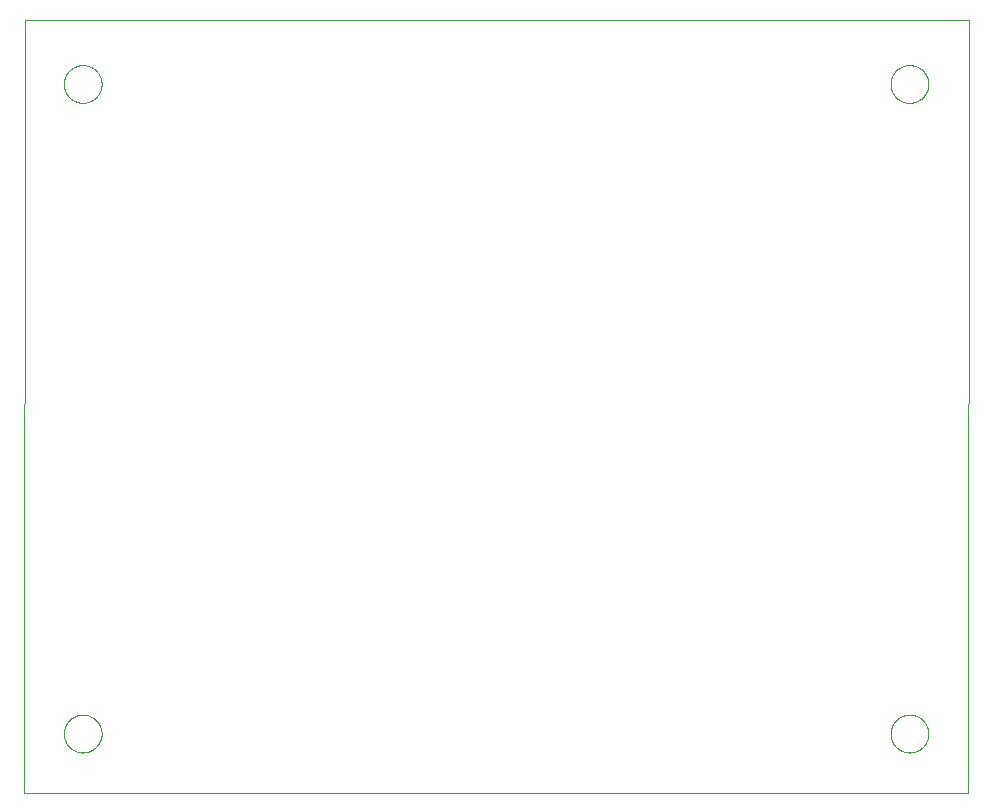
<source format=gko>
G75*
%MOIN*%
%OFA0B0*%
%FSLAX25Y25*%
%IPPOS*%
%LPD*%
%AMOC8*
5,1,8,0,0,1.08239X$1,22.5*
%
%ADD10C,0.00000*%
D10*
X0001000Y0001000D02*
X0001591Y0258717D01*
X0316236Y0258717D01*
X0315646Y0001000D01*
X0001000Y0001000D01*
X0014386Y0020685D02*
X0014388Y0020843D01*
X0014394Y0021001D01*
X0014404Y0021159D01*
X0014418Y0021317D01*
X0014436Y0021474D01*
X0014457Y0021631D01*
X0014483Y0021787D01*
X0014513Y0021943D01*
X0014546Y0022098D01*
X0014584Y0022251D01*
X0014625Y0022404D01*
X0014670Y0022556D01*
X0014719Y0022707D01*
X0014772Y0022856D01*
X0014828Y0023004D01*
X0014888Y0023150D01*
X0014952Y0023295D01*
X0015020Y0023438D01*
X0015091Y0023580D01*
X0015165Y0023720D01*
X0015243Y0023857D01*
X0015325Y0023993D01*
X0015409Y0024127D01*
X0015498Y0024258D01*
X0015589Y0024387D01*
X0015684Y0024514D01*
X0015781Y0024639D01*
X0015882Y0024761D01*
X0015986Y0024880D01*
X0016093Y0024997D01*
X0016203Y0025111D01*
X0016316Y0025222D01*
X0016431Y0025331D01*
X0016549Y0025436D01*
X0016670Y0025538D01*
X0016793Y0025638D01*
X0016919Y0025734D01*
X0017047Y0025827D01*
X0017177Y0025917D01*
X0017310Y0026003D01*
X0017445Y0026087D01*
X0017581Y0026166D01*
X0017720Y0026243D01*
X0017861Y0026315D01*
X0018003Y0026385D01*
X0018147Y0026450D01*
X0018293Y0026512D01*
X0018440Y0026570D01*
X0018589Y0026625D01*
X0018739Y0026676D01*
X0018890Y0026723D01*
X0019042Y0026766D01*
X0019195Y0026805D01*
X0019350Y0026841D01*
X0019505Y0026872D01*
X0019661Y0026900D01*
X0019817Y0026924D01*
X0019974Y0026944D01*
X0020132Y0026960D01*
X0020289Y0026972D01*
X0020448Y0026980D01*
X0020606Y0026984D01*
X0020764Y0026984D01*
X0020922Y0026980D01*
X0021081Y0026972D01*
X0021238Y0026960D01*
X0021396Y0026944D01*
X0021553Y0026924D01*
X0021709Y0026900D01*
X0021865Y0026872D01*
X0022020Y0026841D01*
X0022175Y0026805D01*
X0022328Y0026766D01*
X0022480Y0026723D01*
X0022631Y0026676D01*
X0022781Y0026625D01*
X0022930Y0026570D01*
X0023077Y0026512D01*
X0023223Y0026450D01*
X0023367Y0026385D01*
X0023509Y0026315D01*
X0023650Y0026243D01*
X0023789Y0026166D01*
X0023925Y0026087D01*
X0024060Y0026003D01*
X0024193Y0025917D01*
X0024323Y0025827D01*
X0024451Y0025734D01*
X0024577Y0025638D01*
X0024700Y0025538D01*
X0024821Y0025436D01*
X0024939Y0025331D01*
X0025054Y0025222D01*
X0025167Y0025111D01*
X0025277Y0024997D01*
X0025384Y0024880D01*
X0025488Y0024761D01*
X0025589Y0024639D01*
X0025686Y0024514D01*
X0025781Y0024387D01*
X0025872Y0024258D01*
X0025961Y0024127D01*
X0026045Y0023993D01*
X0026127Y0023857D01*
X0026205Y0023720D01*
X0026279Y0023580D01*
X0026350Y0023438D01*
X0026418Y0023295D01*
X0026482Y0023150D01*
X0026542Y0023004D01*
X0026598Y0022856D01*
X0026651Y0022707D01*
X0026700Y0022556D01*
X0026745Y0022404D01*
X0026786Y0022251D01*
X0026824Y0022098D01*
X0026857Y0021943D01*
X0026887Y0021787D01*
X0026913Y0021631D01*
X0026934Y0021474D01*
X0026952Y0021317D01*
X0026966Y0021159D01*
X0026976Y0021001D01*
X0026982Y0020843D01*
X0026984Y0020685D01*
X0026982Y0020527D01*
X0026976Y0020369D01*
X0026966Y0020211D01*
X0026952Y0020053D01*
X0026934Y0019896D01*
X0026913Y0019739D01*
X0026887Y0019583D01*
X0026857Y0019427D01*
X0026824Y0019272D01*
X0026786Y0019119D01*
X0026745Y0018966D01*
X0026700Y0018814D01*
X0026651Y0018663D01*
X0026598Y0018514D01*
X0026542Y0018366D01*
X0026482Y0018220D01*
X0026418Y0018075D01*
X0026350Y0017932D01*
X0026279Y0017790D01*
X0026205Y0017650D01*
X0026127Y0017513D01*
X0026045Y0017377D01*
X0025961Y0017243D01*
X0025872Y0017112D01*
X0025781Y0016983D01*
X0025686Y0016856D01*
X0025589Y0016731D01*
X0025488Y0016609D01*
X0025384Y0016490D01*
X0025277Y0016373D01*
X0025167Y0016259D01*
X0025054Y0016148D01*
X0024939Y0016039D01*
X0024821Y0015934D01*
X0024700Y0015832D01*
X0024577Y0015732D01*
X0024451Y0015636D01*
X0024323Y0015543D01*
X0024193Y0015453D01*
X0024060Y0015367D01*
X0023925Y0015283D01*
X0023789Y0015204D01*
X0023650Y0015127D01*
X0023509Y0015055D01*
X0023367Y0014985D01*
X0023223Y0014920D01*
X0023077Y0014858D01*
X0022930Y0014800D01*
X0022781Y0014745D01*
X0022631Y0014694D01*
X0022480Y0014647D01*
X0022328Y0014604D01*
X0022175Y0014565D01*
X0022020Y0014529D01*
X0021865Y0014498D01*
X0021709Y0014470D01*
X0021553Y0014446D01*
X0021396Y0014426D01*
X0021238Y0014410D01*
X0021081Y0014398D01*
X0020922Y0014390D01*
X0020764Y0014386D01*
X0020606Y0014386D01*
X0020448Y0014390D01*
X0020289Y0014398D01*
X0020132Y0014410D01*
X0019974Y0014426D01*
X0019817Y0014446D01*
X0019661Y0014470D01*
X0019505Y0014498D01*
X0019350Y0014529D01*
X0019195Y0014565D01*
X0019042Y0014604D01*
X0018890Y0014647D01*
X0018739Y0014694D01*
X0018589Y0014745D01*
X0018440Y0014800D01*
X0018293Y0014858D01*
X0018147Y0014920D01*
X0018003Y0014985D01*
X0017861Y0015055D01*
X0017720Y0015127D01*
X0017581Y0015204D01*
X0017445Y0015283D01*
X0017310Y0015367D01*
X0017177Y0015453D01*
X0017047Y0015543D01*
X0016919Y0015636D01*
X0016793Y0015732D01*
X0016670Y0015832D01*
X0016549Y0015934D01*
X0016431Y0016039D01*
X0016316Y0016148D01*
X0016203Y0016259D01*
X0016093Y0016373D01*
X0015986Y0016490D01*
X0015882Y0016609D01*
X0015781Y0016731D01*
X0015684Y0016856D01*
X0015589Y0016983D01*
X0015498Y0017112D01*
X0015409Y0017243D01*
X0015325Y0017377D01*
X0015243Y0017513D01*
X0015165Y0017650D01*
X0015091Y0017790D01*
X0015020Y0017932D01*
X0014952Y0018075D01*
X0014888Y0018220D01*
X0014828Y0018366D01*
X0014772Y0018514D01*
X0014719Y0018663D01*
X0014670Y0018814D01*
X0014625Y0018966D01*
X0014584Y0019119D01*
X0014546Y0019272D01*
X0014513Y0019427D01*
X0014483Y0019583D01*
X0014457Y0019739D01*
X0014436Y0019896D01*
X0014418Y0020053D01*
X0014404Y0020211D01*
X0014394Y0020369D01*
X0014388Y0020527D01*
X0014386Y0020685D01*
X0014386Y0237220D02*
X0014388Y0237378D01*
X0014394Y0237536D01*
X0014404Y0237694D01*
X0014418Y0237852D01*
X0014436Y0238009D01*
X0014457Y0238166D01*
X0014483Y0238322D01*
X0014513Y0238478D01*
X0014546Y0238633D01*
X0014584Y0238786D01*
X0014625Y0238939D01*
X0014670Y0239091D01*
X0014719Y0239242D01*
X0014772Y0239391D01*
X0014828Y0239539D01*
X0014888Y0239685D01*
X0014952Y0239830D01*
X0015020Y0239973D01*
X0015091Y0240115D01*
X0015165Y0240255D01*
X0015243Y0240392D01*
X0015325Y0240528D01*
X0015409Y0240662D01*
X0015498Y0240793D01*
X0015589Y0240922D01*
X0015684Y0241049D01*
X0015781Y0241174D01*
X0015882Y0241296D01*
X0015986Y0241415D01*
X0016093Y0241532D01*
X0016203Y0241646D01*
X0016316Y0241757D01*
X0016431Y0241866D01*
X0016549Y0241971D01*
X0016670Y0242073D01*
X0016793Y0242173D01*
X0016919Y0242269D01*
X0017047Y0242362D01*
X0017177Y0242452D01*
X0017310Y0242538D01*
X0017445Y0242622D01*
X0017581Y0242701D01*
X0017720Y0242778D01*
X0017861Y0242850D01*
X0018003Y0242920D01*
X0018147Y0242985D01*
X0018293Y0243047D01*
X0018440Y0243105D01*
X0018589Y0243160D01*
X0018739Y0243211D01*
X0018890Y0243258D01*
X0019042Y0243301D01*
X0019195Y0243340D01*
X0019350Y0243376D01*
X0019505Y0243407D01*
X0019661Y0243435D01*
X0019817Y0243459D01*
X0019974Y0243479D01*
X0020132Y0243495D01*
X0020289Y0243507D01*
X0020448Y0243515D01*
X0020606Y0243519D01*
X0020764Y0243519D01*
X0020922Y0243515D01*
X0021081Y0243507D01*
X0021238Y0243495D01*
X0021396Y0243479D01*
X0021553Y0243459D01*
X0021709Y0243435D01*
X0021865Y0243407D01*
X0022020Y0243376D01*
X0022175Y0243340D01*
X0022328Y0243301D01*
X0022480Y0243258D01*
X0022631Y0243211D01*
X0022781Y0243160D01*
X0022930Y0243105D01*
X0023077Y0243047D01*
X0023223Y0242985D01*
X0023367Y0242920D01*
X0023509Y0242850D01*
X0023650Y0242778D01*
X0023789Y0242701D01*
X0023925Y0242622D01*
X0024060Y0242538D01*
X0024193Y0242452D01*
X0024323Y0242362D01*
X0024451Y0242269D01*
X0024577Y0242173D01*
X0024700Y0242073D01*
X0024821Y0241971D01*
X0024939Y0241866D01*
X0025054Y0241757D01*
X0025167Y0241646D01*
X0025277Y0241532D01*
X0025384Y0241415D01*
X0025488Y0241296D01*
X0025589Y0241174D01*
X0025686Y0241049D01*
X0025781Y0240922D01*
X0025872Y0240793D01*
X0025961Y0240662D01*
X0026045Y0240528D01*
X0026127Y0240392D01*
X0026205Y0240255D01*
X0026279Y0240115D01*
X0026350Y0239973D01*
X0026418Y0239830D01*
X0026482Y0239685D01*
X0026542Y0239539D01*
X0026598Y0239391D01*
X0026651Y0239242D01*
X0026700Y0239091D01*
X0026745Y0238939D01*
X0026786Y0238786D01*
X0026824Y0238633D01*
X0026857Y0238478D01*
X0026887Y0238322D01*
X0026913Y0238166D01*
X0026934Y0238009D01*
X0026952Y0237852D01*
X0026966Y0237694D01*
X0026976Y0237536D01*
X0026982Y0237378D01*
X0026984Y0237220D01*
X0026982Y0237062D01*
X0026976Y0236904D01*
X0026966Y0236746D01*
X0026952Y0236588D01*
X0026934Y0236431D01*
X0026913Y0236274D01*
X0026887Y0236118D01*
X0026857Y0235962D01*
X0026824Y0235807D01*
X0026786Y0235654D01*
X0026745Y0235501D01*
X0026700Y0235349D01*
X0026651Y0235198D01*
X0026598Y0235049D01*
X0026542Y0234901D01*
X0026482Y0234755D01*
X0026418Y0234610D01*
X0026350Y0234467D01*
X0026279Y0234325D01*
X0026205Y0234185D01*
X0026127Y0234048D01*
X0026045Y0233912D01*
X0025961Y0233778D01*
X0025872Y0233647D01*
X0025781Y0233518D01*
X0025686Y0233391D01*
X0025589Y0233266D01*
X0025488Y0233144D01*
X0025384Y0233025D01*
X0025277Y0232908D01*
X0025167Y0232794D01*
X0025054Y0232683D01*
X0024939Y0232574D01*
X0024821Y0232469D01*
X0024700Y0232367D01*
X0024577Y0232267D01*
X0024451Y0232171D01*
X0024323Y0232078D01*
X0024193Y0231988D01*
X0024060Y0231902D01*
X0023925Y0231818D01*
X0023789Y0231739D01*
X0023650Y0231662D01*
X0023509Y0231590D01*
X0023367Y0231520D01*
X0023223Y0231455D01*
X0023077Y0231393D01*
X0022930Y0231335D01*
X0022781Y0231280D01*
X0022631Y0231229D01*
X0022480Y0231182D01*
X0022328Y0231139D01*
X0022175Y0231100D01*
X0022020Y0231064D01*
X0021865Y0231033D01*
X0021709Y0231005D01*
X0021553Y0230981D01*
X0021396Y0230961D01*
X0021238Y0230945D01*
X0021081Y0230933D01*
X0020922Y0230925D01*
X0020764Y0230921D01*
X0020606Y0230921D01*
X0020448Y0230925D01*
X0020289Y0230933D01*
X0020132Y0230945D01*
X0019974Y0230961D01*
X0019817Y0230981D01*
X0019661Y0231005D01*
X0019505Y0231033D01*
X0019350Y0231064D01*
X0019195Y0231100D01*
X0019042Y0231139D01*
X0018890Y0231182D01*
X0018739Y0231229D01*
X0018589Y0231280D01*
X0018440Y0231335D01*
X0018293Y0231393D01*
X0018147Y0231455D01*
X0018003Y0231520D01*
X0017861Y0231590D01*
X0017720Y0231662D01*
X0017581Y0231739D01*
X0017445Y0231818D01*
X0017310Y0231902D01*
X0017177Y0231988D01*
X0017047Y0232078D01*
X0016919Y0232171D01*
X0016793Y0232267D01*
X0016670Y0232367D01*
X0016549Y0232469D01*
X0016431Y0232574D01*
X0016316Y0232683D01*
X0016203Y0232794D01*
X0016093Y0232908D01*
X0015986Y0233025D01*
X0015882Y0233144D01*
X0015781Y0233266D01*
X0015684Y0233391D01*
X0015589Y0233518D01*
X0015498Y0233647D01*
X0015409Y0233778D01*
X0015325Y0233912D01*
X0015243Y0234048D01*
X0015165Y0234185D01*
X0015091Y0234325D01*
X0015020Y0234467D01*
X0014952Y0234610D01*
X0014888Y0234755D01*
X0014828Y0234901D01*
X0014772Y0235049D01*
X0014719Y0235198D01*
X0014670Y0235349D01*
X0014625Y0235501D01*
X0014584Y0235654D01*
X0014546Y0235807D01*
X0014513Y0235962D01*
X0014483Y0236118D01*
X0014457Y0236274D01*
X0014436Y0236431D01*
X0014418Y0236588D01*
X0014404Y0236746D01*
X0014394Y0236904D01*
X0014388Y0237062D01*
X0014386Y0237220D01*
X0289977Y0237220D02*
X0289979Y0237378D01*
X0289985Y0237536D01*
X0289995Y0237694D01*
X0290009Y0237852D01*
X0290027Y0238009D01*
X0290048Y0238166D01*
X0290074Y0238322D01*
X0290104Y0238478D01*
X0290137Y0238633D01*
X0290175Y0238786D01*
X0290216Y0238939D01*
X0290261Y0239091D01*
X0290310Y0239242D01*
X0290363Y0239391D01*
X0290419Y0239539D01*
X0290479Y0239685D01*
X0290543Y0239830D01*
X0290611Y0239973D01*
X0290682Y0240115D01*
X0290756Y0240255D01*
X0290834Y0240392D01*
X0290916Y0240528D01*
X0291000Y0240662D01*
X0291089Y0240793D01*
X0291180Y0240922D01*
X0291275Y0241049D01*
X0291372Y0241174D01*
X0291473Y0241296D01*
X0291577Y0241415D01*
X0291684Y0241532D01*
X0291794Y0241646D01*
X0291907Y0241757D01*
X0292022Y0241866D01*
X0292140Y0241971D01*
X0292261Y0242073D01*
X0292384Y0242173D01*
X0292510Y0242269D01*
X0292638Y0242362D01*
X0292768Y0242452D01*
X0292901Y0242538D01*
X0293036Y0242622D01*
X0293172Y0242701D01*
X0293311Y0242778D01*
X0293452Y0242850D01*
X0293594Y0242920D01*
X0293738Y0242985D01*
X0293884Y0243047D01*
X0294031Y0243105D01*
X0294180Y0243160D01*
X0294330Y0243211D01*
X0294481Y0243258D01*
X0294633Y0243301D01*
X0294786Y0243340D01*
X0294941Y0243376D01*
X0295096Y0243407D01*
X0295252Y0243435D01*
X0295408Y0243459D01*
X0295565Y0243479D01*
X0295723Y0243495D01*
X0295880Y0243507D01*
X0296039Y0243515D01*
X0296197Y0243519D01*
X0296355Y0243519D01*
X0296513Y0243515D01*
X0296672Y0243507D01*
X0296829Y0243495D01*
X0296987Y0243479D01*
X0297144Y0243459D01*
X0297300Y0243435D01*
X0297456Y0243407D01*
X0297611Y0243376D01*
X0297766Y0243340D01*
X0297919Y0243301D01*
X0298071Y0243258D01*
X0298222Y0243211D01*
X0298372Y0243160D01*
X0298521Y0243105D01*
X0298668Y0243047D01*
X0298814Y0242985D01*
X0298958Y0242920D01*
X0299100Y0242850D01*
X0299241Y0242778D01*
X0299380Y0242701D01*
X0299516Y0242622D01*
X0299651Y0242538D01*
X0299784Y0242452D01*
X0299914Y0242362D01*
X0300042Y0242269D01*
X0300168Y0242173D01*
X0300291Y0242073D01*
X0300412Y0241971D01*
X0300530Y0241866D01*
X0300645Y0241757D01*
X0300758Y0241646D01*
X0300868Y0241532D01*
X0300975Y0241415D01*
X0301079Y0241296D01*
X0301180Y0241174D01*
X0301277Y0241049D01*
X0301372Y0240922D01*
X0301463Y0240793D01*
X0301552Y0240662D01*
X0301636Y0240528D01*
X0301718Y0240392D01*
X0301796Y0240255D01*
X0301870Y0240115D01*
X0301941Y0239973D01*
X0302009Y0239830D01*
X0302073Y0239685D01*
X0302133Y0239539D01*
X0302189Y0239391D01*
X0302242Y0239242D01*
X0302291Y0239091D01*
X0302336Y0238939D01*
X0302377Y0238786D01*
X0302415Y0238633D01*
X0302448Y0238478D01*
X0302478Y0238322D01*
X0302504Y0238166D01*
X0302525Y0238009D01*
X0302543Y0237852D01*
X0302557Y0237694D01*
X0302567Y0237536D01*
X0302573Y0237378D01*
X0302575Y0237220D01*
X0302573Y0237062D01*
X0302567Y0236904D01*
X0302557Y0236746D01*
X0302543Y0236588D01*
X0302525Y0236431D01*
X0302504Y0236274D01*
X0302478Y0236118D01*
X0302448Y0235962D01*
X0302415Y0235807D01*
X0302377Y0235654D01*
X0302336Y0235501D01*
X0302291Y0235349D01*
X0302242Y0235198D01*
X0302189Y0235049D01*
X0302133Y0234901D01*
X0302073Y0234755D01*
X0302009Y0234610D01*
X0301941Y0234467D01*
X0301870Y0234325D01*
X0301796Y0234185D01*
X0301718Y0234048D01*
X0301636Y0233912D01*
X0301552Y0233778D01*
X0301463Y0233647D01*
X0301372Y0233518D01*
X0301277Y0233391D01*
X0301180Y0233266D01*
X0301079Y0233144D01*
X0300975Y0233025D01*
X0300868Y0232908D01*
X0300758Y0232794D01*
X0300645Y0232683D01*
X0300530Y0232574D01*
X0300412Y0232469D01*
X0300291Y0232367D01*
X0300168Y0232267D01*
X0300042Y0232171D01*
X0299914Y0232078D01*
X0299784Y0231988D01*
X0299651Y0231902D01*
X0299516Y0231818D01*
X0299380Y0231739D01*
X0299241Y0231662D01*
X0299100Y0231590D01*
X0298958Y0231520D01*
X0298814Y0231455D01*
X0298668Y0231393D01*
X0298521Y0231335D01*
X0298372Y0231280D01*
X0298222Y0231229D01*
X0298071Y0231182D01*
X0297919Y0231139D01*
X0297766Y0231100D01*
X0297611Y0231064D01*
X0297456Y0231033D01*
X0297300Y0231005D01*
X0297144Y0230981D01*
X0296987Y0230961D01*
X0296829Y0230945D01*
X0296672Y0230933D01*
X0296513Y0230925D01*
X0296355Y0230921D01*
X0296197Y0230921D01*
X0296039Y0230925D01*
X0295880Y0230933D01*
X0295723Y0230945D01*
X0295565Y0230961D01*
X0295408Y0230981D01*
X0295252Y0231005D01*
X0295096Y0231033D01*
X0294941Y0231064D01*
X0294786Y0231100D01*
X0294633Y0231139D01*
X0294481Y0231182D01*
X0294330Y0231229D01*
X0294180Y0231280D01*
X0294031Y0231335D01*
X0293884Y0231393D01*
X0293738Y0231455D01*
X0293594Y0231520D01*
X0293452Y0231590D01*
X0293311Y0231662D01*
X0293172Y0231739D01*
X0293036Y0231818D01*
X0292901Y0231902D01*
X0292768Y0231988D01*
X0292638Y0232078D01*
X0292510Y0232171D01*
X0292384Y0232267D01*
X0292261Y0232367D01*
X0292140Y0232469D01*
X0292022Y0232574D01*
X0291907Y0232683D01*
X0291794Y0232794D01*
X0291684Y0232908D01*
X0291577Y0233025D01*
X0291473Y0233144D01*
X0291372Y0233266D01*
X0291275Y0233391D01*
X0291180Y0233518D01*
X0291089Y0233647D01*
X0291000Y0233778D01*
X0290916Y0233912D01*
X0290834Y0234048D01*
X0290756Y0234185D01*
X0290682Y0234325D01*
X0290611Y0234467D01*
X0290543Y0234610D01*
X0290479Y0234755D01*
X0290419Y0234901D01*
X0290363Y0235049D01*
X0290310Y0235198D01*
X0290261Y0235349D01*
X0290216Y0235501D01*
X0290175Y0235654D01*
X0290137Y0235807D01*
X0290104Y0235962D01*
X0290074Y0236118D01*
X0290048Y0236274D01*
X0290027Y0236431D01*
X0290009Y0236588D01*
X0289995Y0236746D01*
X0289985Y0236904D01*
X0289979Y0237062D01*
X0289977Y0237220D01*
X0289977Y0020685D02*
X0289979Y0020843D01*
X0289985Y0021001D01*
X0289995Y0021159D01*
X0290009Y0021317D01*
X0290027Y0021474D01*
X0290048Y0021631D01*
X0290074Y0021787D01*
X0290104Y0021943D01*
X0290137Y0022098D01*
X0290175Y0022251D01*
X0290216Y0022404D01*
X0290261Y0022556D01*
X0290310Y0022707D01*
X0290363Y0022856D01*
X0290419Y0023004D01*
X0290479Y0023150D01*
X0290543Y0023295D01*
X0290611Y0023438D01*
X0290682Y0023580D01*
X0290756Y0023720D01*
X0290834Y0023857D01*
X0290916Y0023993D01*
X0291000Y0024127D01*
X0291089Y0024258D01*
X0291180Y0024387D01*
X0291275Y0024514D01*
X0291372Y0024639D01*
X0291473Y0024761D01*
X0291577Y0024880D01*
X0291684Y0024997D01*
X0291794Y0025111D01*
X0291907Y0025222D01*
X0292022Y0025331D01*
X0292140Y0025436D01*
X0292261Y0025538D01*
X0292384Y0025638D01*
X0292510Y0025734D01*
X0292638Y0025827D01*
X0292768Y0025917D01*
X0292901Y0026003D01*
X0293036Y0026087D01*
X0293172Y0026166D01*
X0293311Y0026243D01*
X0293452Y0026315D01*
X0293594Y0026385D01*
X0293738Y0026450D01*
X0293884Y0026512D01*
X0294031Y0026570D01*
X0294180Y0026625D01*
X0294330Y0026676D01*
X0294481Y0026723D01*
X0294633Y0026766D01*
X0294786Y0026805D01*
X0294941Y0026841D01*
X0295096Y0026872D01*
X0295252Y0026900D01*
X0295408Y0026924D01*
X0295565Y0026944D01*
X0295723Y0026960D01*
X0295880Y0026972D01*
X0296039Y0026980D01*
X0296197Y0026984D01*
X0296355Y0026984D01*
X0296513Y0026980D01*
X0296672Y0026972D01*
X0296829Y0026960D01*
X0296987Y0026944D01*
X0297144Y0026924D01*
X0297300Y0026900D01*
X0297456Y0026872D01*
X0297611Y0026841D01*
X0297766Y0026805D01*
X0297919Y0026766D01*
X0298071Y0026723D01*
X0298222Y0026676D01*
X0298372Y0026625D01*
X0298521Y0026570D01*
X0298668Y0026512D01*
X0298814Y0026450D01*
X0298958Y0026385D01*
X0299100Y0026315D01*
X0299241Y0026243D01*
X0299380Y0026166D01*
X0299516Y0026087D01*
X0299651Y0026003D01*
X0299784Y0025917D01*
X0299914Y0025827D01*
X0300042Y0025734D01*
X0300168Y0025638D01*
X0300291Y0025538D01*
X0300412Y0025436D01*
X0300530Y0025331D01*
X0300645Y0025222D01*
X0300758Y0025111D01*
X0300868Y0024997D01*
X0300975Y0024880D01*
X0301079Y0024761D01*
X0301180Y0024639D01*
X0301277Y0024514D01*
X0301372Y0024387D01*
X0301463Y0024258D01*
X0301552Y0024127D01*
X0301636Y0023993D01*
X0301718Y0023857D01*
X0301796Y0023720D01*
X0301870Y0023580D01*
X0301941Y0023438D01*
X0302009Y0023295D01*
X0302073Y0023150D01*
X0302133Y0023004D01*
X0302189Y0022856D01*
X0302242Y0022707D01*
X0302291Y0022556D01*
X0302336Y0022404D01*
X0302377Y0022251D01*
X0302415Y0022098D01*
X0302448Y0021943D01*
X0302478Y0021787D01*
X0302504Y0021631D01*
X0302525Y0021474D01*
X0302543Y0021317D01*
X0302557Y0021159D01*
X0302567Y0021001D01*
X0302573Y0020843D01*
X0302575Y0020685D01*
X0302573Y0020527D01*
X0302567Y0020369D01*
X0302557Y0020211D01*
X0302543Y0020053D01*
X0302525Y0019896D01*
X0302504Y0019739D01*
X0302478Y0019583D01*
X0302448Y0019427D01*
X0302415Y0019272D01*
X0302377Y0019119D01*
X0302336Y0018966D01*
X0302291Y0018814D01*
X0302242Y0018663D01*
X0302189Y0018514D01*
X0302133Y0018366D01*
X0302073Y0018220D01*
X0302009Y0018075D01*
X0301941Y0017932D01*
X0301870Y0017790D01*
X0301796Y0017650D01*
X0301718Y0017513D01*
X0301636Y0017377D01*
X0301552Y0017243D01*
X0301463Y0017112D01*
X0301372Y0016983D01*
X0301277Y0016856D01*
X0301180Y0016731D01*
X0301079Y0016609D01*
X0300975Y0016490D01*
X0300868Y0016373D01*
X0300758Y0016259D01*
X0300645Y0016148D01*
X0300530Y0016039D01*
X0300412Y0015934D01*
X0300291Y0015832D01*
X0300168Y0015732D01*
X0300042Y0015636D01*
X0299914Y0015543D01*
X0299784Y0015453D01*
X0299651Y0015367D01*
X0299516Y0015283D01*
X0299380Y0015204D01*
X0299241Y0015127D01*
X0299100Y0015055D01*
X0298958Y0014985D01*
X0298814Y0014920D01*
X0298668Y0014858D01*
X0298521Y0014800D01*
X0298372Y0014745D01*
X0298222Y0014694D01*
X0298071Y0014647D01*
X0297919Y0014604D01*
X0297766Y0014565D01*
X0297611Y0014529D01*
X0297456Y0014498D01*
X0297300Y0014470D01*
X0297144Y0014446D01*
X0296987Y0014426D01*
X0296829Y0014410D01*
X0296672Y0014398D01*
X0296513Y0014390D01*
X0296355Y0014386D01*
X0296197Y0014386D01*
X0296039Y0014390D01*
X0295880Y0014398D01*
X0295723Y0014410D01*
X0295565Y0014426D01*
X0295408Y0014446D01*
X0295252Y0014470D01*
X0295096Y0014498D01*
X0294941Y0014529D01*
X0294786Y0014565D01*
X0294633Y0014604D01*
X0294481Y0014647D01*
X0294330Y0014694D01*
X0294180Y0014745D01*
X0294031Y0014800D01*
X0293884Y0014858D01*
X0293738Y0014920D01*
X0293594Y0014985D01*
X0293452Y0015055D01*
X0293311Y0015127D01*
X0293172Y0015204D01*
X0293036Y0015283D01*
X0292901Y0015367D01*
X0292768Y0015453D01*
X0292638Y0015543D01*
X0292510Y0015636D01*
X0292384Y0015732D01*
X0292261Y0015832D01*
X0292140Y0015934D01*
X0292022Y0016039D01*
X0291907Y0016148D01*
X0291794Y0016259D01*
X0291684Y0016373D01*
X0291577Y0016490D01*
X0291473Y0016609D01*
X0291372Y0016731D01*
X0291275Y0016856D01*
X0291180Y0016983D01*
X0291089Y0017112D01*
X0291000Y0017243D01*
X0290916Y0017377D01*
X0290834Y0017513D01*
X0290756Y0017650D01*
X0290682Y0017790D01*
X0290611Y0017932D01*
X0290543Y0018075D01*
X0290479Y0018220D01*
X0290419Y0018366D01*
X0290363Y0018514D01*
X0290310Y0018663D01*
X0290261Y0018814D01*
X0290216Y0018966D01*
X0290175Y0019119D01*
X0290137Y0019272D01*
X0290104Y0019427D01*
X0290074Y0019583D01*
X0290048Y0019739D01*
X0290027Y0019896D01*
X0290009Y0020053D01*
X0289995Y0020211D01*
X0289985Y0020369D01*
X0289979Y0020527D01*
X0289977Y0020685D01*
M02*

</source>
